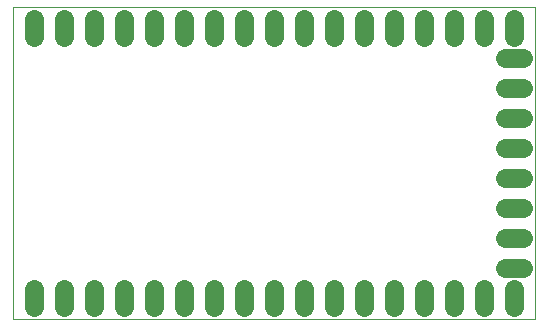
<source format=gbs>
G75*
%MOIN*%
%OFA0B0*%
%FSLAX25Y25*%
%IPPOS*%
%LPD*%
%AMOC8*
5,1,8,0,0,1.08239X$1,22.5*
%
%ADD10C,0.00000*%
%ADD11C,0.06400*%
D10*
X0016933Y0019933D02*
X0016933Y0123933D01*
X0190933Y0123933D01*
X0190933Y0019933D01*
X0016933Y0019933D01*
D11*
X0023933Y0023933D02*
X0023933Y0029933D01*
X0033933Y0029933D02*
X0033933Y0023933D01*
X0043933Y0023933D02*
X0043933Y0029933D01*
X0053933Y0029933D02*
X0053933Y0023933D01*
X0063933Y0023933D02*
X0063933Y0029933D01*
X0073933Y0029933D02*
X0073933Y0023933D01*
X0083933Y0023933D02*
X0083933Y0029933D01*
X0093933Y0029933D02*
X0093933Y0023933D01*
X0103933Y0023933D02*
X0103933Y0029933D01*
X0113933Y0029933D02*
X0113933Y0023933D01*
X0123933Y0023933D02*
X0123933Y0029933D01*
X0133933Y0029933D02*
X0133933Y0023933D01*
X0143933Y0023933D02*
X0143933Y0029933D01*
X0153933Y0029933D02*
X0153933Y0023933D01*
X0163933Y0023933D02*
X0163933Y0029933D01*
X0173933Y0029933D02*
X0173933Y0023933D01*
X0183933Y0023933D02*
X0183933Y0029933D01*
X0186933Y0036933D02*
X0180933Y0036933D01*
X0180933Y0046933D02*
X0186933Y0046933D01*
X0186933Y0056933D02*
X0180933Y0056933D01*
X0180933Y0066933D02*
X0186933Y0066933D01*
X0186933Y0076933D02*
X0180933Y0076933D01*
X0180933Y0086933D02*
X0186933Y0086933D01*
X0186933Y0096933D02*
X0180933Y0096933D01*
X0180933Y0106933D02*
X0186933Y0106933D01*
X0183933Y0113933D02*
X0183933Y0119933D01*
X0173933Y0119933D02*
X0173933Y0113933D01*
X0163933Y0113933D02*
X0163933Y0119933D01*
X0153933Y0119933D02*
X0153933Y0113933D01*
X0143933Y0113933D02*
X0143933Y0119933D01*
X0133933Y0119933D02*
X0133933Y0113933D01*
X0123933Y0113933D02*
X0123933Y0119933D01*
X0113933Y0119933D02*
X0113933Y0113933D01*
X0103933Y0113933D02*
X0103933Y0119933D01*
X0093933Y0119933D02*
X0093933Y0113933D01*
X0083933Y0113933D02*
X0083933Y0119933D01*
X0073933Y0119933D02*
X0073933Y0113933D01*
X0063933Y0113933D02*
X0063933Y0119933D01*
X0053933Y0119933D02*
X0053933Y0113933D01*
X0043933Y0113933D02*
X0043933Y0119933D01*
X0033933Y0119933D02*
X0033933Y0113933D01*
X0023933Y0113933D02*
X0023933Y0119933D01*
M02*

</source>
